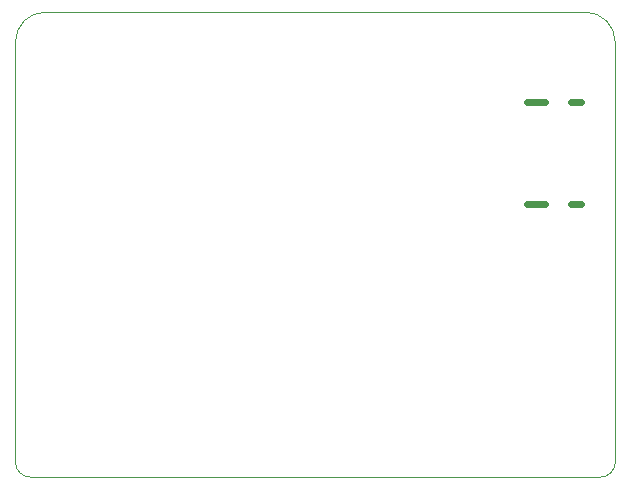
<source format=gbr>
%TF.GenerationSoftware,KiCad,Pcbnew,8.0.4*%
%TF.CreationDate,2024-08-06T00:30:12-04:00*%
%TF.ProjectId,ESP32-C3-BreadBoardAdapter,45535033-322d-4433-932d-427265616442,rev?*%
%TF.SameCoordinates,Original*%
%TF.FileFunction,Profile,NP*%
%FSLAX46Y46*%
G04 Gerber Fmt 4.6, Leading zero omitted, Abs format (unit mm)*
G04 Created by KiCad (PCBNEW 8.0.4) date 2024-08-06 00:30:12*
%MOMM*%
%LPD*%
G01*
G04 APERTURE LIST*
%TA.AperFunction,Profile*%
%ADD10C,0.609600*%
%TD*%
%TA.AperFunction,Profile*%
%ADD11C,0.050000*%
%TD*%
G04 APERTURE END LIST*
D10*
%TO.C,J2*%
X157311735Y-64535572D02*
X155813135Y-64535572D01*
X157311736Y-73185557D02*
X155813136Y-73185557D01*
X160341135Y-64535572D02*
X159553735Y-64535572D01*
X160341135Y-73185542D02*
X159553735Y-73185542D01*
D11*
%TO.C,ESP32-C3*%
X112470000Y-95000000D02*
X112470000Y-59440000D01*
X113740000Y-96270000D02*
X162000000Y-96270000D01*
X115010000Y-56900000D02*
X160730000Y-56900000D01*
X163270000Y-59440000D02*
X163270000Y-95000000D01*
X112470000Y-59440000D02*
G75*
G02*
X115010000Y-56900000I2540001J-1D01*
G01*
X113740000Y-96270000D02*
G75*
G02*
X112470000Y-95000000I-1J1269999D01*
G01*
X160730000Y-56900000D02*
G75*
G02*
X163270000Y-59440000I0J-2540000D01*
G01*
X163270000Y-95000000D02*
G75*
G02*
X162000000Y-96270000I-1270000J0D01*
G01*
%TD*%
M02*

</source>
